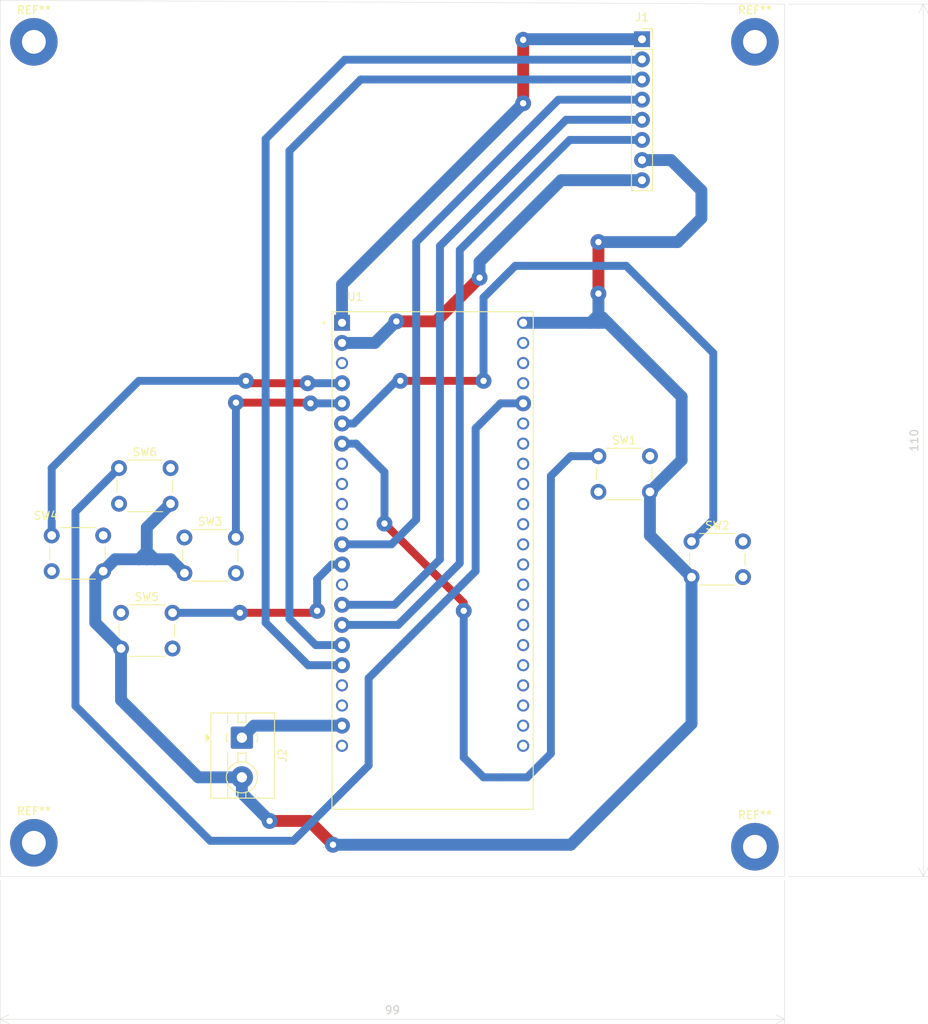
<source format=kicad_pcb>
(kicad_pcb (version 20241229) (generator "pcbnew") (generator_version "9.0")
  (layers (0 "F.Cu" signal) (2 "B.Cu" signal) (13 "F.Paste" user) (15 "B.Paste" user) (5 "F.SilkS" user "F.Silkscreen") (7 "B.SilkS" user "B.Silkscreen") (1 "F.Mask" user) (3 "B.Mask" user) (25 "Edge.Cuts" user))
  (net 0 "")
  (net 1 "Net-(J1-Pin_6)")
  (net 2 "Net-(J1-Pin_5)")
  (net 3 "Net-(J1-Pin_1)")
  (net 4 "Net-(J1-Pin_7)")
  (net 5 "Net-(J1-Pin_8)")
  (net 6 "Net-(J1-Pin_2)")
  (net 7 "Net-(J1-Pin_3)")
  (net 8 "Net-(J1-Pin_4)")
  (net 9 "Net-(U1-GPIO7)")
  (net 10 "Net-(U1-GPIO6)")
  (net 11 "Net-(U1-GPIO4)")
  (net 12 "Net-(U1-GPIO5)")
  (net 13 "Net-(U1-GPIO3)")
  (net 14 "Net-(U1-GPIO2)")
  (net 41 "Net-(J2-Pin_1)")
  (footprint "Button_Switch_THT:SW_PUSH_6mm_H4.3mm" (layer "F.Cu") (at 49 87.74)
    (property "Reference" "SW4" (at -0.75 -2.5 0) (layer "F.SilkS"))
    (property "Value" "SW_Push")
    (fp_line (start -0.25 1.5) (end -0.25 3) (stroke (width 0.12)) (layer "F.SilkS"))
    (fp_line (start 1 5.5) (end 5.5 5.5) (stroke (width 0.12)) (layer "F.SilkS"))
    (fp_line (start 5.5 -1) (end 1 -1) (stroke (width 0.12)) (layer "F.SilkS"))
    (fp_line (start 6.75 3) (end 6.75 1.5) (stroke (width 0.12)) (layer "F.SilkS"))
    (pad "1" thru_hole circle (at 0 0 90) (size 2 2) (drill 1.1) (layers "*.Cu" "*.Mask") (net 11 "Net-(U1-GPIO4)"))
    (pad "1" thru_hole circle (at 6.5 0 90) (size 2 2) (drill 1.1) (layers "*.Cu" "*.Mask") (net 11 "Net-(U1-GPIO4)"))
    (pad "2" thru_hole circle (at 0 4.5 90) (size 2 2) (drill 1.1) (layers "*.Cu" "*.Mask") (net 4 "Net-(J1-Pin_7)"))
    (pad "2" thru_hole circle (at 6.5 4.5 90) (size 2 2) (drill 1.1) (layers "*.Cu" "*.Mask") (net 4 "Net-(J1-Pin_7)"))
  )
  (footprint "Button_Switch_THT:SW_PUSH_6mm_H4.3mm" (layer "F.Cu") (at 65.75 87.99)
    (property "Reference" "SW3" (at 3.25 -2 0) (layer "F.SilkS"))
    (property "Value" "SW_Push")
    (fp_line (start -0.25 1.5) (end -0.25 3) (stroke (width 0.12)) (layer "F.SilkS"))
    (fp_line (start 1 5.5) (end 5.5 5.5) (stroke (width 0.12)) (layer "F.SilkS"))
    (fp_line (start 5.5 -1) (end 1 -1) (stroke (width 0.12)) (layer "F.SilkS"))
    (fp_line (start 6.75 3) (end 6.75 1.5) (stroke (width 0.12)) (layer "F.SilkS"))
    (pad "1" thru_hole circle (at 0 0 90) (size 2 2) (drill 1.1) (layers "*.Cu" "*.Mask") (net 12 "Net-(U1-GPIO5)"))
    (pad "1" thru_hole circle (at 6.5 0 90) (size 2 2) (drill 1.1) (layers "*.Cu" "*.Mask") (net 12 "Net-(U1-GPIO5)"))
    (pad "2" thru_hole circle (at 0 4.5 90) (size 2 2) (drill 1.1) (layers "*.Cu" "*.Mask") (net 4 "Net-(J1-Pin_7)"))
    (pad "2" thru_hole circle (at 6.5 4.5 90) (size 2 2) (drill 1.1) (layers "*.Cu" "*.Mask") (net 4 "Net-(J1-Pin_7)"))
  )
  (footprint "MountingHole:MountingHole_3mm_Pad" (layer "F.Cu") (at 137.75 126.99)
    (property "Reference" "REF**" (at 0 -4 0) (layer "F.SilkS"))
    (property "Value" "MountingHole_3mm_Pad" (hide yes))
    (pad "1" thru_hole circle (at 0 0) (size 6 6) (drill 3) (layers "*.Cu" "*.Mask"))
  )
  (footprint "Button_Switch_THT:SW_PUSH_6mm_H4.3mm" (layer "F.Cu") (at 118 77.74)
    (property "Reference" "SW1" (at 3.25 -2 0) (layer "F.SilkS"))
    (property "Value" "SW_Push")
    (fp_line (start -0.25 1.5) (end -0.25 3) (stroke (width 0.12)) (layer "F.SilkS"))
    (fp_line (start 1 5.5) (end 5.5 5.5) (stroke (width 0.12)) (layer "F.SilkS"))
    (fp_line (start 5.5 -1) (end 1 -1) (stroke (width 0.12)) (layer "F.SilkS"))
    (fp_line (start 6.75 3) (end 6.75 1.5) (stroke (width 0.12)) (layer "F.SilkS"))
    (pad "1" thru_hole circle (at 0 0 90) (size 2 2) (drill 1.1) (layers "*.Cu" "*.Mask") (net 9 "Net-(U1-GPIO7)"))
    (pad "1" thru_hole circle (at 6.5 0 90) (size 2 2) (drill 1.1) (layers "*.Cu" "*.Mask") (net 9 "Net-(U1-GPIO7)"))
    (pad "2" thru_hole circle (at 0 4.5 90) (size 2 2) (drill 1.1) (layers "*.Cu" "*.Mask") (net 4 "Net-(J1-Pin_7)"))
    (pad "2" thru_hole circle (at 6.5 4.5 90) (size 2 2) (drill 1.1) (layers "*.Cu" "*.Mask") (net 4 "Net-(J1-Pin_7)"))
  )
  (footprint "TerminalBlock:TerminalBlock_MaiXu_MX126-5.0-02P_1x02_P5.00mm" (layer "F.Cu") (at 73 113.24 -90)
    (property "Reference" "J2" (at 2.25 -5.12 90) (layer "F.SilkS"))
    (property "Value" "Conn_01x02_Socket" (hide yes))
    (fp_line (start -3.12 3.92) (end -0.3 3.92) (stroke (width 0.12)) (layer "F.SilkS"))
    (fp_line (start 0.3 3.92) (end 7.62 3.92) (stroke (width 0.12)) (layer "F.SilkS"))
    (fp_line (start -3.12 1.8) (end -1.88 1.8) (stroke (width 0.12)) (layer "F.SilkS"))
    (fp_line (start 1.88 1.8) (end 4.457 1.8) (stroke (width 0.12)) (layer "F.SilkS"))
    (fp_line (start 5.543 1.8) (end 7.62 1.8) (stroke (width 0.12)) (layer "F.SilkS"))
    (fp_line (start 3.795 1.443) (end 3.752 1.486) (stroke (width 0.12)) (layer "F.SilkS"))
    (fp_line (start 3.556 1.204) (end 3.513 1.247) (stroke (width 0.12)) (layer "F.SilkS"))
    (fp_line (start -3.12 0.5) (end -1.88 0.5) (stroke (width 0.12)) (layer "F.SilkS"))
    (fp_line (start 1.88 0.5) (end 3.188 0.5) (stroke (width 0.12)) (layer "F.SilkS"))
    (fp_line (start 6.812 0.5) (end 7.62 0.5) (stroke (width 0.12)) (layer "F.SilkS"))
    (fp_line (start -3.12 -0.5) (end -1.88 -0.5) (stroke (width 0.12)) (layer "F.SilkS"))
    (fp_line (start 1.88 -0.5) (end 3.188 -0.5) (stroke (width 0.12)) (layer "F.SilkS"))
    (fp_line (start 6.812 -0.5) (end 7.62 -0.5) (stroke (width 0.12)) (layer "F.SilkS"))
    (fp_line (start 6.487 -1.247) (end 6.444 -1.204) (stroke (width 0.12)) (layer "F.SilkS"))
    (fp_line (start 6.247 -1.486) (end 6.204 -1.443) (stroke (width 0.12)) (layer "F.SilkS"))
    (fp_line (start -3.12 -4.12) (end -3.12 3.92) (stroke (width 0.12)) (layer "F.SilkS"))
    (fp_line (start -3.12 -4.12) (end 7.62 -4.12) (stroke (width 0.12)) (layer "F.SilkS"))
    (fp_line (start 7.62 -4.12) (end 7.62 3.92) (stroke (width 0.12)) (layer "F.SilkS"))
    (fp_arc (start 0.554 1.88) (mid -0.000246 1.959928) (end -0.554472 1.879861) (stroke (width 0.12)) (layer "F.SilkS"))
    (fp_arc (start -1.88 0.554) (mid -1.959928 -0.000246) (end -1.879861 -0.554472) (stroke (width 0.12)) (layer "F.SilkS"))
    (fp_arc (start 1.88 -0.554) (mid 1.959928 0.000246) (end 1.879861 0.554472) (stroke (width 0.12)) (layer "F.SilkS"))
    (fp_arc (start -0.554 -1.88) (mid 0.000246 -1.959928) (end 0.554472 -1.879861) (stroke (width 0.12)) (layer "F.SilkS"))
    (fp_circle (center 5 0) (end 6.96 0) (stroke (width 0.12)) (fill no) (layer "F.SilkS"))
    (fp_poly (pts (xy 0 3.92) (xy 0.44 4.53) (xy -0.44 4.53) (xy 0 3.92)) (stroke (width 0.12)) (fill yes) (layer "F.SilkS"))
    (pad "1" thru_hole roundrect (at 0 0 270) (size 2.8 2.8) (drill 1.3) (layers "*.Cu" "*.Mask") (roundrect_rratio 0.089286) (net 41 "Net-(J2-Pin_1)"))
    (pad "2" thru_hole circle (at 5 0 270) (size 2.8 2.8) (drill 1.3) (layers "*.Cu" "*.Mask") (net 4 "Net-(J1-Pin_7)"))
  )
  (footprint "ESP32-S3-DEVKITC-1-N8R8:ESP32-S3-DEVKITC-1-N8R8" (layer "F.Cu") (at 97.07 90.89)
    (property "Reference" "U1" (at -9.775 -33.255 0) (layer "F.SilkS"))
    (property "Value" "ESP32-S3-DEVKITC-1-N8R8" (hide yes))
    (fp_line (start -12.7 -31.37) (end 12.7 -31.37) (stroke (width 0.127)) (layer "F.SilkS"))
    (fp_line (start -12.7 31.37) (end -12.7 -31.37) (stroke (width 0.127)) (layer "F.SilkS"))
    (fp_line (start 12.7 -31.37) (end 12.7 31.37) (stroke (width 0.127)) (layer "F.SilkS"))
    (fp_line (start 12.7 31.37) (end -12.7 31.37) (stroke (width 0.127)) (layer "F.SilkS"))
    (fp_circle (center -13.716 -29.972) (end -13.616 -29.972) (stroke (width 0.2)) (fill no) (layer "F.SilkS"))
    (pad "J1_1" thru_hole rect (at -11.43 -29.97) (size 2 2) (drill 1.02) (layers "*.Cu" "*.Mask") (net 3 "Net-(J1-Pin_1)"))
    (pad "J1_2" thru_hole circle (at -11.43 -27.43) (size 2 2) (drill 1.02) (layers "*.Cu" "*.Mask") (net 5 "Net-(J1-Pin_8)"))
    (pad "J1_3" thru_hole circle (at -11.43 -24.89) (size 1.53 1.53) (drill 1.02) (layers "*.Cu" "*.Mask"))
    (pad "J1_4" thru_hole circle (at -11.43 -22.35) (size 2 2) (drill 1.02) (layers "*.Cu" "*.Mask") (net 11 "Net-(U1-GPIO4)"))
    (pad "J1_5" thru_hole circle (at -11.43 -19.81) (size 2 2) (drill 1.02) (layers "*.Cu" "*.Mask") (net 12 "Net-(U1-GPIO5)"))
    (pad "J1_6" thru_hole circle (at -11.43 -17.27) (size 2 2) (drill 1.02) (layers "*.Cu" "*.Mask") (net 10 "Net-(U1-GPIO6)"))
    (pad "J1_7" thru_hole circle (at -11.43 -14.73) (size 2 2) (drill 1.02) (layers "*.Cu" "*.Mask") (net 9 "Net-(U1-GPIO7)"))
    (pad "J1_8" thru_hole circle (at -11.43 -12.19) (size 1.53 1.53) (drill 1.02) (layers "*.Cu" "*.Mask"))
    (pad "J1_9" thru_hole circle (at -11.43 -9.65) (size 1.53 1.53) (drill 1.02) (layers "*.Cu" "*.Mask"))
    (pad "J1_10" thru_hole circle (at -11.43 -7.11) (size 1.53 1.53) (drill 1.02) (layers "*.Cu" "*.Mask"))
    (pad "J1_11" thru_hole circle (at -11.43 -4.57) (size 1.53 1.53) (drill 1.02) (layers "*.Cu" "*.Mask"))
    (pad "J1_12" thru_hole circle (at -11.43 -2.03) (size 2 2) (drill 1.02) (layers "*.Cu" "*.Mask") (net 8 "Net-(J1-Pin_4)"))
    (pad "J1_13" thru_hole circle (at -11.43 0.51) (size 2 2) (drill 1.02) (layers "*.Cu" "*.Mask") (net 13 "Net-(U1-GPIO3)"))
    (pad "J1_14" thru_hole circle (at -11.43 3.05) (size 1.53 1.53) (drill 1.02) (layers "*.Cu" "*.Mask"))
    (pad "J1_15" thru_hole circle (at -11.43 5.59) (size 2 2) (drill 1.02) (layers "*.Cu" "*.Mask") (net 2 "Net-(J1-Pin_5)"))
    (pad "J1_16" thru_hole circle (at -11.43 8.13) (size 2 2) (drill 1.02) (layers "*.Cu" "*.Mask") (net 1 "Net-(J1-Pin_6)"))
    (pad "J1_17" thru_hole circle (at -11.43 10.67) (size 2 2) (drill 1.02) (layers "*.Cu" "*.Mask") (net 7 "Net-(J1-Pin_3)"))
    (pad "J1_18" thru_hole circle (at -11.43 13.21) (size 2 2) (drill 1.02) (layers "*.Cu" "*.Mask") (net 6 "Net-(J1-Pin_2)"))
    (pad "J1_19" thru_hole circle (at -11.43 15.75) (size 1.53 1.53) (drill 1.02) (layers "*.Cu" "*.Mask"))
    (pad "J1_20" thru_hole circle (at -11.43 18.29) (size 1.53 1.53) (drill 1.02) (layers "*.Cu" "*.Mask"))
    (pad "J1_21" thru_hole circle (at -11.43 20.83) (size 2 2) (drill 1.02) (layers "*.Cu" "*.Mask") (net 41 "Net-(J2-Pin_1)"))
    (pad "J1_22" thru_hole circle (at -11.43 23.37) (size 1.53 1.53) (drill 1.02) (layers "*.Cu" "*.Mask"))
    (pad "J3_1" thru_hole circle (at 11.43 -29.97) (size 1.53 1.53) (drill 1.02) (layers "*.Cu" "*.Mask") (net 4 "Net-(J1-Pin_7)"))
    (pad "J3_2" thru_hole circle (at 11.43 -27.43) (size 1.53 1.53) (drill 1.02) (layers "*.Cu" "*.Mask"))
    (pad "J3_3" thru_hole circle (at 11.43 -24.89) (size 1.53 1.53) (drill 1.02) (layers "*.Cu" "*.Mask"))
    (pad "J3_4" thru_hole circle (at 11.43 -22.35) (size 1.53 1.53) (drill 1.02) (layers "*.Cu" "*.Mask"))
    (pad "J3_5" thru_hole circle (at 11.43 -19.81) (size 2 2) (drill 1.02) (layers "*.Cu" "*.Mask") (net 14 "Net-(U1-GPIO2)"))
    (pad "J3_6" thru_hole circle (at 11.43 -17.27) (size 1.53 1.53) (drill 1.02) (layers "*.Cu" "*.Mask"))
    (pad "J3_7" thru_hole circle (at 11.43 -14.73) (size 1.53 1.53) (drill 1.02) (layers "*.Cu" "*.Mask"))
    (pad "J3_8" thru_hole circle (at 11.43 -12.19) (size 1.53 1.53) (drill 1.02) (layers "*.Cu" "*.Mask"))
    (pad "J3_9" thru_hole circle (at 11.43 -9.65) (size 1.53 1.53) (drill 1.02) (layers "*.Cu" "*.Mask"))
    (pad "J3_10" thru_hole circle (at 11.43 -7.11) (size 1.53 1.53) (drill 1.02) (layers "*.Cu" "*.Mask"))
    (pad "J3_11" thru_hole circle (at 11.43 -4.57) (size 1.53 1.53) (drill 1.02) (layers "*.Cu" "*.Mask"))
    (pad "J3_12" thru_hole circle (at 11.43 -2.03) (size 1.53 1.53) (drill 1.02) (layers "*.Cu" "*.Mask"))
    (pad "J3_13" thru_hole circle (at 11.43 0.51) (size 1.53 1.53) (drill 1.02) (layers "*.Cu" "*.Mask"))
    (pad "J3_14" thru_hole circle (at 11.43 3.05) (size 1.53 1.53) (drill 1.02) (layers "*.Cu" "*.Mask"))
    (pad "J3_15" thru_hole circle (at 11.43 5.59) (size 1.53 1.53) (drill 1.02) (layers "*.Cu" "*.Mask"))
    (pad "J3_16" thru_hole circle (at 11.43 8.13) (size 1.53 1.53) (drill 1.02) (layers "*.Cu" "*.Mask"))
    (pad "J3_17" thru_hole circle (at 11.43 10.67) (size 1.53 1.53) (drill 1.02) (layers "*.Cu" "*.Mask"))
    (pad "J3_18" thru_hole circle (at 11.43 13.21) (size 1.53 1.53) (drill 1.02) (layers "*.Cu" "*.Mask"))
    (pad "J3_19" thru_hole circle (at 11.43 15.75) (size 1.53 1.53) (drill 1.02) (layers "*.Cu" "*.Mask"))
    (pad "J3_20" thru_hole circle (at 11.43 18.29) (size 1.53 1.53) (drill 1.02) (layers "*.Cu" "*.Mask"))
    (pad "J3_21" thru_hole circle (at 11.43 20.83) (size 1.53 1.53) (drill 1.02) (layers "*.Cu" "*.Mask"))
    (pad "J3_22" thru_hole circle (at 11.43 23.37) (size 1.53 1.53) (drill 1.02) (layers "*.Cu" "*.Mask"))
  )
  (footprint "MountingHole:MountingHole_3mm_Pad" (layer "F.Cu") (at 46.75 25.49)
    (property "Reference" "REF**" (at 0 -4 0) (layer "F.SilkS"))
    (property "Value" "MountingHole_3mm_Pad" (hide yes))
    (pad "1" thru_hole circle (at 0 0) (size 6 6) (drill 3) (layers "*.Cu" "*.Mask"))
  )
  (footprint "Connector_PinSocket_2.54mm:PinSocket_1x08_P2.54mm_Vertical" (layer "F.Cu") (at 123.5 25.16)
    (property "Reference" "J1" (at 0 -2.77 0) (layer "F.SilkS"))
    (property "Value" "Conn_01x08")
    (fp_line (start -1.33 1.27) (end -1.33 19.11) (stroke (width 0.12)) (layer "F.SilkS"))
    (fp_line (start -1.33 1.27) (end 1.33 1.27) (stroke (width 0.12)) (layer "F.SilkS"))
    (fp_line (start -1.33 19.11) (end 1.33 19.11) (stroke (width 0.12)) (layer "F.SilkS"))
    (fp_line (start 0 -1.33) (end 1.33 -1.33) (stroke (width 0.12)) (layer "F.SilkS"))
    (fp_line (start 1.33 -1.33) (end 1.33 0) (stroke (width 0.12)) (layer "F.SilkS"))
    (fp_line (start 1.33 1.27) (end 1.33 19.11) (stroke (width 0.12)) (layer "F.SilkS"))
    (pad "1" thru_hole rect (at 0 0) (size 2 2) (drill 1) (layers "*.Cu" "*.Mask") (net 3 "Net-(J1-Pin_1)"))
    (pad "2" thru_hole circle (at 0 2.54) (size 2 2) (drill 1) (layers "*.Cu" "*.Mask") (net 6 "Net-(J1-Pin_2)"))
    (pad "3" thru_hole circle (at 0 5.08) (size 2 2) (drill 1) (layers "*.Cu" "*.Mask") (net 7 "Net-(J1-Pin_3)"))
    (pad "4" thru_hole circle (at 0 7.62) (size 2 2) (drill 1) (layers "*.Cu" "*.Mask") (net 8 "Net-(J1-Pin_4)"))
    (pad "5" thru_hole circle (at 0 10.16) (size 2 2) (drill 1) (layers "*.Cu" "*.Mask") (net 2 "Net-(J1-Pin_5)"))
    (pad "6" thru_hole circle (at 0 12.7) (size 2 2) (drill 1) (layers "*.Cu" "*.Mask") (net 1 "Net-(J1-Pin_6)"))
    (pad "7" thru_hole circle (at 0 15.24) (size 2 2) (drill 1) (layers "*.Cu" "*.Mask") (net 4 "Net-(J1-Pin_7)"))
    (pad "8" thru_hole circle (at 0 17.78) (size 2 2) (drill 1) (layers "*.Cu" "*.Mask") (net 5 "Net-(J1-Pin_8)"))
  )
  (footprint "Button_Switch_THT:SW_PUSH_6mm_H4.3mm" (layer "F.Cu") (at 129.75 88.49)
    (property "Reference" "SW2" (at 3.25 -2 0) (layer "F.SilkS"))
    (property "Value" "SW_Push")
    (fp_line (start -0.25 1.5) (end -0.25 3) (stroke (width 0.12)) (layer "F.SilkS"))
    (fp_line (start 1 5.5) (end 5.5 5.5) (stroke (width 0.12)) (layer "F.SilkS"))
    (fp_line (start 5.5 -1) (end 1 -1) (stroke (width 0.12)) (layer "F.SilkS"))
    (fp_line (start 6.75 3) (end 6.75 1.5) (stroke (width 0.12)) (layer "F.SilkS"))
    (pad "1" thru_hole circle (at 0 0 90) (size 2 2) (drill 1.1) (layers "*.Cu" "*.Mask") (net 10 "Net-(U1-GPIO6)"))
    (pad "1" thru_hole circle (at 6.5 0 90) (size 2 2) (drill 1.1) (layers "*.Cu" "*.Mask") (net 10 "Net-(U1-GPIO6)"))
    (pad "2" thru_hole circle (at 0 4.5 90) (size 2 2) (drill 1.1) (layers "*.Cu" "*.Mask") (net 4 "Net-(J1-Pin_7)"))
    (pad "2" thru_hole circle (at 6.5 4.5 90) (size 2 2) (drill 1.1) (layers "*.Cu" "*.Mask") (net 4 "Net-(J1-Pin_7)"))
  )
  (footprint "Button_Switch_THT:SW_PUSH_6mm_H4.3mm" (layer "F.Cu") (at 57.5 79.24)
    (property "Reference" "SW6" (at 3.25 -2 0) (layer "F.SilkS"))
    (property "Value" "SW_Push")
    (fp_line (start -0.25 1.5) (end -0.25 3) (stroke (width 0.12)) (layer "F.SilkS"))
    (fp_line (start 1 5.5) (end 5.5 5.5) (stroke (width 0.12)) (layer "F.SilkS"))
    (fp_line (start 5.5 -1) (end 1 -1) (stroke (width 0.12)) (layer "F.SilkS"))
    (fp_line (start 6.75 3) (end 6.75 1.5) (stroke (width 0.12)) (layer "F.SilkS"))
    (pad "1" thru_hole circle (at 0 0 90) (size 2 2) (drill 1.1) (layers "*.Cu" "*.Mask") (net 14 "Net-(U1-GPIO2)"))
    (pad "1" thru_hole circle (at 6.5 0 90) (size 2 2) (drill 1.1) (layers "*.Cu" "*.Mask") (net 14 "Net-(U1-GPIO2)"))
    (pad "2" thru_hole circle (at 0 4.5 90) (size 2 2) (drill 1.1) (layers "*.Cu" "*.Mask") (net 4 "Net-(J1-Pin_7)"))
    (pad "2" thru_hole circle (at 6.5 4.5 90) (size 2 2) (drill 1.1) (layers "*.Cu" "*.Mask") (net 4 "Net-(J1-Pin_7)"))
  )
  (footprint "Button_Switch_THT:SW_PUSH_6mm_H4.3mm" (layer "F.Cu") (at 57.75 97.49)
    (property "Reference" "SW5" (at 3.25 -2 0) (layer "F.SilkS"))
    (property "Value" "SW_Push")
    (fp_line (start -0.25 1.5) (end -0.25 3) (stroke (width 0.12)) (layer "F.SilkS"))
    (fp_line (start 1 5.5) (end 5.5 5.5) (stroke (width 0.12)) (layer "F.SilkS"))
    (fp_line (start 5.5 -1) (end 1 -1) (stroke (width 0.12)) (layer "F.SilkS"))
    (fp_line (start 6.75 3) (end 6.75 1.5) (stroke (width 0.12)) (layer "F.SilkS"))
    (pad "1" thru_hole circle (at 0 0 90) (size 2 2) (drill 1.1) (layers "*.Cu" "*.Mask") (net 13 "Net-(U1-GPIO3)"))
    (pad "1" thru_hole circle (at 6.5 0 90) (size 2 2) (drill 1.1) (layers "*.Cu" "*.Mask") (net 13 "Net-(U1-GPIO3)"))
    (pad "2" thru_hole circle (at 0 4.5 90) (size 2 2) (drill 1.1) (layers "*.Cu" "*.Mask") (net 4 "Net-(J1-Pin_7)"))
    (pad "2" thru_hole circle (at 6.5 4.5 90) (size 2 2) (drill 1.1) (layers "*.Cu" "*.Mask") (net 4 "Net-(J1-Pin_7)"))
  )
  (footprint "MountingHole:MountingHole_3mm_Pad" (layer "F.Cu") (at 46.75 126.49)
    (property "Reference" "REF**" (at 0 -4 0) (layer "F.SilkS"))
    (property "Value" "MountingHole_3mm_Pad" (hide yes))
    (pad "1" thru_hole circle (at 0 0) (size 6 6) (drill 3) (layers "*.Cu" "*.Mask"))
  )
  (footprint "MountingHole:MountingHole_3mm_Pad" (layer "F.Cu") (at 137.75 25.49)
    (property "Reference" "REF**" (at 0 -4 0) (layer "F.SilkS"))
    (property "Value" "MountingHole_3mm_Pad" (hide yes))
    (pad "1" thru_hole circle (at 0 0) (size 6 6) (drill 3) (layers "*.Cu" "*.Mask"))
  )
  (gr_line (start 42.5 130.74) (end 141.5 130.74) (stroke (width 0.05)) (layer "Edge.Cuts"))
  (gr_line (start 42.5 20.24) (end 42.5 130.74) (stroke (width 0.05)) (layer "Edge.Cuts"))
  (gr_line (start 42.5 20.24) (end 141.5 20.74) (stroke (width 0.05)) (layer "Edge.Cuts"))
  (gr_line (start 141.5 20.74) (end 141.5 130.74) (stroke (width 0.05)) (layer "Edge.Cuts"))
  (dimension (type orthogonal) (layer "Edge.Cuts") (pts (xy 141.5 130.74) (xy 42.5 130.74)) (height 18) (orientation 0) (format (prefix "") (suffix "") (units 3) (units_format 0) (precision 4) (suppress_zeroes yes)) (style (thickness 0.05) (arrow_length 1.27) (text_position_mode 0) (arrow_direction outward) (extension_height 0.58642) (extension_offset 0.5) (keep_text_aligned yes)) (gr_text "99" (at 92 147.59 0) (layer "Edge.Cuts") (effects (font (size 1 1) (thickness 0.15)))))
  (dimension (type orthogonal) (layer "Edge.Cuts") (pts (xy 141.5 20.74) (xy 141.5 130.74)) (height 17.5) (orientation 1) (format (prefix "") (suffix "") (units 3) (units_format 0) (precision 4) (suppress_zeroes yes)) (style (thickness 0.05) (arrow_length 1.27) (text_position_mode 0) (arrow_direction outward) (extension_height 0.58642) (extension_offset 0.5) (keep_text_aligned yes)) (gr_text "110" (at 157.85 75.74 90) (layer "Edge.Cuts") (effects (font (size 1 1) (thickness 0.15)))))
  (segment (start 100.5 91.24) (end 92.72 99.02) (width 1) (layer "B.Cu") (net 1))
  (segment (start 92.72 99.02) (end 85.64 99.02) (width 1) (layer "B.Cu") (net 1))
  (segment (start 100.5 51.74) (end 100.5 91.24) (width 1) (layer "B.Cu") (net 1))
  (segment (start 114.38 37.86) (end 100.5 51.74) (width 1) (layer "B.Cu") (net 1))
  (segment (start 123.5 37.86) (end 114.38 37.86) (width 1) (layer "B.Cu") (net 1))
  (segment (start 92.26 96.48) (end 85.64 96.48) (width 1) (layer "B.Cu") (net 2))
  (segment (start 113.92 35.32) (end 98 51.24) (width 1) (layer "B.Cu") (net 2))
  (segment (start 98 90.74) (end 92.26 96.48) (width 1) (layer "B.Cu") (net 2))
  (segment (start 98 51.24) (end 98 90.74) (width 1) (layer "B.Cu") (net 2))
  (segment (start 123.5 35.32) (end 113.92 35.32) (width 1) (layer "B.Cu") (net 2))
  (segment (start 108.5 33.24) (end 108.5 25.24) (width 1.5) (layer "F.Cu") (net 3))
  (via (at 108.5 25.24) (size 2) (drill 0.8) (layers "F.Cu" "B.Cu") (net 3))
  (via (at 108.5 33.24) (size 2) (drill 0.8) (layers "F.Cu" "B.Cu") (net 3))
  (segment (start 108.58 25.16) (end 108.5 25.24) (width 1.5) (layer "B.Cu") (net 3))
  (segment (start 123.5 25.16) (end 108.58 25.16) (width 1.5) (layer "B.Cu") (net 3))
  (segment (start 85.64 60.92) (end 85.64 56.1) (width 1.5) (layer "B.Cu") (net 3))
  (segment (start 85.64 56.1) (end 108.5 33.24) (width 1.5) (layer "B.Cu") (net 3))
  (segment (start 118 50.74) (end 118 57.24) (width 1.5) (layer "F.Cu") (net 4))
  (segment (start 81.5 123.74) (end 84.5 126.74) (width 1.5) (layer "F.Cu") (net 4))
  (segment (start 76.5 123.74) (end 81.5 123.74) (width 1.5) (layer "F.Cu") (net 4))
  (via (at 76.5 123.74) (size 2) (drill 0.8) (layers "F.Cu" "B.Cu") (net 4))
  (via (at 118 50.74) (size 2) (drill 0.8) (layers "F.Cu" "B.Cu") (net 4))
  (via (at 84.5 126.74) (size 2) (drill 0.8) (layers "F.Cu" "B.Cu") (net 4))
  (via (at 118 57.24) (size 2) (drill 0.8) (layers "F.Cu" "B.Cu") (net 4))
  (segment (start 114.5 126.74) (end 84.5 126.74) (width 1.5) (layer "B.Cu") (net 4))
  (segment (start 108.5 60.92) (end 117 60.92) (width 1.5) (layer "B.Cu") (net 4))
  (segment (start 57 90.74) (end 60 90.74) (width 1.5) (layer "B.Cu") (net 4))
  (segment (start 67.5 118.24) (end 57.75 108.49) (width 1.5) (layer "B.Cu") (net 4))
  (segment (start 117.68 60.24) (end 117 60.92) (width 1.5) (layer "B.Cu") (net 4))
  (segment (start 73 118.24) (end 67.5 118.24) (width 1.5) (layer "B.Cu") (net 4))
  (segment (start 61 89.74) (end 62 90.74) (width 1.5) (layer "B.Cu") (net 4))
  (segment (start 61 86.74) (end 61 89.74) (width 1.5) (layer "B.Cu") (net 4))
  (segment (start 118 60.24) (end 118 57.24) (width 1.5) (layer "B.Cu") (net 4))
  (segment (start 62 90.74) (end 64 90.74) (width 1.5) (layer "B.Cu") (net 4))
  (segment (start 131 47.74) (end 128 50.74) (width 1.5) (layer "B.Cu") (net 4))
  (segment (start 129.75 92.99) (end 124.5 87.74) (width 1.5) (layer "B.Cu") (net 4))
  (segment (start 54.5 98.74) (end 54.5 93.24) (width 1.5) (layer "B.Cu") (net 4))
  (segment (start 64 83.74) (end 61 86.74) (width 1.5) (layer "B.Cu") (net 4))
  (segment (start 118 60.24) (end 118.5 60.24) (width 1.5) (layer "B.Cu") (net 4))
  (segment (start 127.16 40.4) (end 131 44.24) (width 1.5) (layer "B.Cu") (net 4))
  (segment (start 54.5 93.24) (end 55.5 92.24) (width 1.5) (layer "B.Cu") (net 4))
  (segment (start 73 118.24) (end 73 120.24) (width 1.5) (layer "B.Cu") (net 4))
  (segment (start 128 50.74) (end 118 50.74) (width 1.5) (layer "B.Cu") (net 4))
  (segment (start 57.75 108.49) (end 57.75 101.99) (width 1.5) (layer "B.Cu") (net 4))
  (segment (start 118 60.92) (end 118 60.24) (width 1.5) (layer "B.Cu") (net 4))
  (segment (start 117 60.92) (end 118 60.92) (width 1.5) (layer "B.Cu") (net 4))
  (segment (start 57.75 101.99) (end 54.5 98.74) (width 1.5) (layer "B.Cu") (net 4))
  (segment (start 115 126.24) (end 114.5 126.74) (width 1.5) (layer "B.Cu") (net 4))
  (segment (start 118.5 60.24) (end 119.18 60.92) (width 1.5) (layer "B.Cu") (net 4))
  (segment (start 129.75 111.49) (end 115 126.24) (width 1.5) (layer "B.Cu") (net 4))
  (segment (start 60 90.74) (end 61 90.74) (width 1.5) (layer "B.Cu") (net 4))
  (segment (start 61 90.74) (end 62 90.74) (width 1.5) (layer "B.Cu") (net 4))
  (segment (start 64 90.74) (end 65.75 92.49) (width 1.5) (layer "B.Cu") (net 4))
  (segment (start 131 44.24) (end 131 47.74) (width 1.5) (layer "B.Cu") (net 4))
  (segment (start 118 60.92) (end 119.18 60.92) (width 1.5) (layer "B.Cu") (net 4))
  (segment (start 119.18 60.92) (end 128.5 70.24) (width 1.5) (layer "B.Cu") (net 4))
  (segment (start 124.5 87.74) (end 124.5 82.24) (width 1.5) (layer "B.Cu") (net 4))
  (segment (start 61 89.74) (end 60 90.74) (width 1.5) (layer "B.Cu") (net 4))
  (segment (start 129.75 92.99) (end 129.75 111.49) (width 1.5) (layer "B.Cu") (net 4))
  (segment (start 73 120.24) (end 76.5 123.74) (width 1.5) (layer "B.Cu") (net 4))
  (segment (start 55.5 92.24) (end 57 90.74) (width 1.5) (layer "B.Cu") (net 4))
  (segment (start 128.5 70.24) (end 128.5 78.24) (width 1.5) (layer "B.Cu") (net 4))
  (segment (start 128.5 78.24) (end 124.5 82.24) (width 1.5) (layer "B.Cu") (net 4))
  (segment (start 61 89.74) (end 61 90.74) (width 1.5) (layer "B.Cu") (net 4))
  (segment (start 123.5 40.4) (end 127.16 40.4) (width 1.5) (layer "B.Cu") (net 4))
  (segment (start 118 60.24) (end 117.68 60.24) (width 1.5) (layer "B.Cu") (net 4))
  (segment (start 92.5 60.74) (end 97.5 60.74) (width 1.5) (layer "F.Cu") (net 5))
  (segment (start 97.5 60.74) (end 103 55.24) (width 1.5) (layer "F.Cu") (net 5))
  (via (at 92.5 60.74) (size 2) (drill 0.8) (layers "F.Cu" "B.Cu") (net 5))
  (via (at 103 55.24) (size 2) (drill 0.8) (layers "F.Cu" "B.Cu") (net 5))
  (segment (start 85.64 63.46) (end 89.78 63.46) (width 1.5) (layer "B.Cu") (net 5))
  (segment (start 89.78 63.46) (end 92.5 60.74) (width 1.5) (layer "B.Cu") (net 5))
  (segment (start 103 53.24) (end 103 55.24) (width 1.5) (layer "B.Cu") (net 5))
  (segment (start 123.5 42.94) (end 113.3 42.94) (width 1.5) (layer "B.Cu") (net 5))
  (segment (start 113.3 42.94) (end 103 53.24) (width 1.5) (layer "B.Cu") (net 5))
  (segment (start 86 27.74) (end 76 37.74) (width 1) (layer "B.Cu") (net 6))
  (segment (start 123.46 27.74) (end 86 27.74) (width 1) (layer "B.Cu") (net 6))
  (segment (start 76 98.74) (end 81.36 104.1) (width 1) (layer "B.Cu") (net 6))
  (segment (start 76 37.74) (end 76 98.74) (width 1) (layer "B.Cu") (net 6))
  (segment (start 123.5 27.7) (end 123.46 27.74) (width 1) (layer "B.Cu") (net 6))
  (segment (start 81.36 104.1) (end 85.64 104.1) (width 1) (layer "B.Cu") (net 6))
  (segment (start 79 98.24) (end 82.32 101.56) (width 1) (layer "B.Cu") (net 7))
  (segment (start 123.5 30.24) (end 88 30.24) (width 1) (layer "B.Cu") (net 7))
  (segment (start 82.32 101.56) (end 85.64 101.56) (width 1) (layer "B.Cu") (net 7))
  (segment (start 79 39.24) (end 79 98.24) (width 1) (layer "B.Cu") (net 7))
  (segment (start 88 30.24) (end 79 39.24) (width 1) (layer "B.Cu") (net 7))
  (segment (start 91.88 88.86) (end 85.64 88.86) (width 1) (layer "B.Cu") (net 8))
  (segment (start 95 85.74) (end 91.88 88.86) (width 1) (layer "B.Cu") (net 8))
  (segment (start 112.96 32.78) (end 95 50.74) (width 1) (layer "B.Cu") (net 8))
  (segment (start 95 50.74) (end 95 85.74) (width 1) (layer "B.Cu") (net 8))
  (segment (start 123.5 32.78) (end 112.96 32.78) (width 1) (layer "B.Cu") (net 8))
  (segment (start 91 86.24) (end 101 96.24) (width 1) (layer "F.Cu") (net 9))
  (segment (start 101 96.24) (end 101 97.24) (width 1) (layer "F.Cu") (net 9))
  (via (at 101 97.24) (size 2) (drill 0.8) (layers "F.Cu" "B.Cu") (net 9))
  (via (at 91 86.24) (size 2) (drill 0.8) (layers "F.Cu" "B.Cu") (net 9))
  (segment (start 87.5 76.24) (end 91 79.74) (width 1) (layer "B.Cu") (net 9))
  (segment (start 101 115.74) (end 101 97.24) (width 1) (layer "B.Cu") (net 9))
  (segment (start 112 80.24) (end 112 80.74) (width 1) (layer "B.Cu") (net 9))
  (segment (start 112 80.74) (end 112 115.24) (width 1) (layer "B.Cu") (net 9))
  (segment (start 85.64 76.16) (end 87.42 76.16) (width 1) (layer "B.Cu") (net 9))
  (segment (start 114.5 77.74) (end 112 80.24) (width 1) (layer "B.Cu") (net 9))
  (segment (start 103.5 118.24) (end 101 115.74) (width 1) (layer "B.Cu") (net 9))
  (segment (start 91 79.74) (end 91 86.24) (width 1) (layer "B.Cu") (net 9))
  (segment (start 109 118.24) (end 106 118.24) (width 1) (layer "B.Cu") (net 9))
  (segment (start 118 77.74) (end 114.5 77.74) (width 1) (layer "B.Cu") (net 9))
  (segment (start 106 118.24) (end 103.5 118.24) (width 1) (layer "B.Cu") (net 9))
  (segment (start 87.42 76.16) (end 87.5 76.24) (width 1) (layer "B.Cu") (net 9))
  (segment (start 112 115.24) (end 109 118.24) (width 1) (layer "B.Cu") (net 9))
  (segment (start 103.5 68.24) (end 93 68.24) (width 1) (layer "F.Cu") (net 10))
  (via (at 103.5 68.24) (size 2) (drill 0.8) (layers "F.Cu" "B.Cu") (net 10))
  (via (at 93 68.24) (size 2) (drill 0.8) (layers "F.Cu" "B.Cu") (net 10))
  (segment (start 107.5 53.74) (end 103.5 57.74) (width 1) (layer "B.Cu") (net 10))
  (segment (start 92.5 68.24) (end 93 68.24) (width 1) (layer "B.Cu") (net 10))
  (segment (start 103.5 57.74) (end 103.5 68.24) (width 1) (layer "B.Cu") (net 10))
  (segment (start 87.5 73.24) (end 92.5 68.24) (width 1) (layer "B.Cu") (net 10))
  (segment (start 121.5 53.74) (end 107.5 53.74) (width 1) (layer "B.Cu") (net 10))
  (segment (start 132.5 64.74) (end 121.5 53.74) (width 1) (layer "B.Cu") (net 10))
  (segment (start 85.64 73.62) (end 87.12 73.62) (width 1) (layer "B.Cu") (net 10))
  (segment (start 129.75 88.49) (end 132.5 85.74) (width 1) (layer "B.Cu") (net 10))
  (segment (start 87.12 73.62) (end 87.5 73.24) (width 1) (layer "B.Cu") (net 10))
  (segment (start 132.5 85.74) (end 132.5 64.74) (width 1) (layer "B.Cu") (net 10))
  (segment (start 73.8 68.54) (end 73.5 68.24) (width 1) (layer "F.Cu") (net 11))
  (segment (start 81.3 68.54) (end 73.8 68.54) (width 1) (layer "F.Cu") (net 11))
  (via (at 81.3 68.54) (size 2) (drill 0.8) (layers "F.Cu" "B.Cu") (net 11))
  (via (at 73.5 68.24) (size 2) (drill 0.8) (layers "F.Cu" "B.Cu") (net 11))
  (segment (start 49 79.24) (end 60 68.24) (width 1) (layer "B.Cu") (net 11))
  (segment (start 85.64 68.54) (end 81.3 68.54) (width 1) (layer "B.Cu") (net 11))
  (segment (start 49 87.74) (end 49 79.24) (width 1) (layer "B.Cu") (net 11))
  (segment (start 60 68.24) (end 73.5 68.24) (width 1) (layer "B.Cu") (net 11))
  (segment (start 72.25 70.99) (end 81.57 70.99) (width 1) (layer "F.Cu") (net 12))
  (segment (start 81.57 70.99) (end 81.66 71.08) (width 1) (layer "F.Cu") (net 12))
  (via (at 81.66 71.08) (size 2) (drill 0.8) (layers "F.Cu" "B.Cu") (net 12))
  (via (at 72.25 70.99) (size 2) (drill 0.8) (layers "F.Cu" "B.Cu") (net 12))
  (segment (start 72.25 87.99) (end 72.25 70.99) (width 1) (layer "B.Cu") (net 12))
  (segment (start 85.64 71.08) (end 81.66 71.08) (width 1) (layer "B.Cu") (net 12))
  (segment (start 82.25 97.49) (end 82.5 97.24) (width 1) (layer "F.Cu") (net 13))
  (segment (start 72.75 97.49) (end 82.25 97.49) (width 1) (layer "F.Cu") (net 13))
  (via (at 82.5 97.24) (size 2) (drill 0.8) (layers "F.Cu" "B.Cu") (net 13))
  (via (at 72.75 97.49) (size 2) (drill 0.8) (layers "F.Cu" "B.Cu") (net 13))
  (segment (start 84.34 91.4) (end 82.5 93.24) (width 1) (layer "B.Cu") (net 13))
  (segment (start 64.25 97.49) (end 72.75 97.49) (width 1) (layer "B.Cu") (net 13))
  (segment (start 82.5 93.24) (end 82.5 97.24) (width 1) (layer "B.Cu") (net 13))
  (segment (start 85.64 91.4) (end 84.34 91.4) (width 1) (layer "B.Cu") (net 13))
  (segment (start 102.5 92.24) (end 89 105.74) (width 1) (layer "B.Cu") (net 14))
  (segment (start 69 126.24) (end 52 109.24) (width 1) (layer "B.Cu") (net 14))
  (segment (start 52 84.74) (end 57.5 79.24) (width 1) (layer "B.Cu") (net 14))
  (segment (start 89 116.74) (end 79.5 126.24) (width 1) (layer "B.Cu") (net 14))
  (segment (start 52 109.24) (end 52 84.74) (width 1) (layer "B.Cu") (net 14))
  (segment (start 108.5 71.08) (end 105.66 71.08) (width 1) (layer "B.Cu") (net 14))
  (segment (start 102.5 74.24) (end 102.5 92.24) (width 1) (layer "B.Cu") (net 14))
  (segment (start 105.66 71.08) (end 102.5 74.24) (width 1) (layer "B.Cu") (net 14))
  (segment (start 79.5 126.24) (end 69 126.24) (width 1) (layer "B.Cu") (net 14))
  (segment (start 89 105.74) (end 89 116.74) (width 1) (layer "B.Cu") (net 14))
  (segment (start 85.64 111.72) (end 74.52 111.72) (width 1.5) (layer "B.Cu") (net 41))
  (segment (start 74.52 111.72) (end 73 113.24) (width 1.5) (layer "B.Cu") (net 41))
)
</source>
